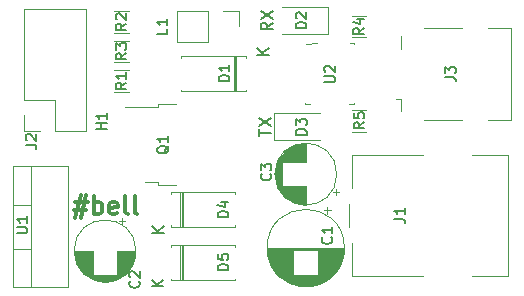
<source format=gbr>
G04 #@! TF.GenerationSoftware,KiCad,Pcbnew,5.0.2-bee76a0~70~ubuntu18.04.1*
G04 #@! TF.CreationDate,2019-05-31T16:07:53-07:00*
G04 #@! TF.ProjectId,shellbell,7368656c-6c62-4656-9c6c-2e6b69636164,rev?*
G04 #@! TF.SameCoordinates,Original*
G04 #@! TF.FileFunction,Legend,Top*
G04 #@! TF.FilePolarity,Positive*
%FSLAX46Y46*%
G04 Gerber Fmt 4.6, Leading zero omitted, Abs format (unit mm)*
G04 Created by KiCad (PCBNEW 5.0.2-bee76a0~70~ubuntu18.04.1) date Fri 31 May 2019 04:07:53 PM PDT*
%MOMM*%
%LPD*%
G01*
G04 APERTURE LIST*
%ADD10C,0.200000*%
%ADD11C,0.300000*%
%ADD12C,0.120000*%
%ADD13C,0.100000*%
%ADD14C,0.160000*%
%ADD15C,0.150000*%
G04 APERTURE END LIST*
D10*
X151064980Y-105765504D02*
X151064980Y-105194076D01*
X152064980Y-105479790D02*
X151064980Y-105479790D01*
X151064980Y-104955980D02*
X152064980Y-104289314D01*
X151064980Y-104289314D02*
X152064980Y-104955980D01*
X152191980Y-96178666D02*
X151715790Y-96512000D01*
X152191980Y-96750095D02*
X151191980Y-96750095D01*
X151191980Y-96369142D01*
X151239600Y-96273904D01*
X151287219Y-96226285D01*
X151382457Y-96178666D01*
X151525314Y-96178666D01*
X151620552Y-96226285D01*
X151668171Y-96273904D01*
X151715790Y-96369142D01*
X151715790Y-96750095D01*
X151191980Y-95845333D02*
X152191980Y-95178666D01*
X151191980Y-95178666D02*
X152191980Y-95845333D01*
D11*
X135502971Y-111387771D02*
X136574400Y-111387771D01*
X135931542Y-110744914D02*
X135502971Y-112673485D01*
X136431542Y-112030628D02*
X135360114Y-112030628D01*
X136002971Y-112673485D02*
X136431542Y-110744914D01*
X137074400Y-112387771D02*
X137074400Y-110887771D01*
X137074400Y-111459200D02*
X137217257Y-111387771D01*
X137502971Y-111387771D01*
X137645828Y-111459200D01*
X137717257Y-111530628D01*
X137788685Y-111673485D01*
X137788685Y-112102057D01*
X137717257Y-112244914D01*
X137645828Y-112316342D01*
X137502971Y-112387771D01*
X137217257Y-112387771D01*
X137074400Y-112316342D01*
X139002971Y-112316342D02*
X138860114Y-112387771D01*
X138574400Y-112387771D01*
X138431542Y-112316342D01*
X138360114Y-112173485D01*
X138360114Y-111602057D01*
X138431542Y-111459200D01*
X138574400Y-111387771D01*
X138860114Y-111387771D01*
X139002971Y-111459200D01*
X139074400Y-111602057D01*
X139074400Y-111744914D01*
X138360114Y-111887771D01*
X139931542Y-112387771D02*
X139788685Y-112316342D01*
X139717257Y-112173485D01*
X139717257Y-110887771D01*
X140717257Y-112387771D02*
X140574400Y-112316342D01*
X140502971Y-112173485D01*
X140502971Y-110887771D01*
D12*
G04 #@! TO.C,L1*
X149330000Y-95170000D02*
X149330000Y-96500000D01*
X148000000Y-95170000D02*
X149330000Y-95170000D01*
X146730000Y-95170000D02*
X146730000Y-97830000D01*
X146730000Y-97830000D02*
X144130000Y-97830000D01*
X146730000Y-95170000D02*
X144130000Y-95170000D01*
X144130000Y-95170000D02*
X144130000Y-97830000D01*
G04 #@! TO.C,J2*
X132500000Y-105330000D02*
X131170000Y-105330000D01*
X131170000Y-105330000D02*
X131170000Y-104000000D01*
X133770000Y-105330000D02*
X133770000Y-102730000D01*
X133770000Y-102730000D02*
X131170000Y-102730000D01*
X131170000Y-102730000D02*
X131170000Y-95050000D01*
X136370000Y-95050000D02*
X131170000Y-95050000D01*
X136370000Y-105330000D02*
X136370000Y-95050000D01*
X136370000Y-105330000D02*
X133770000Y-105330000D01*
G04 #@! TO.C,U1*
X130230000Y-118580000D02*
X130230000Y-108340000D01*
X134871000Y-118580000D02*
X134871000Y-108340000D01*
X130230000Y-118580000D02*
X134871000Y-118580000D01*
X130230000Y-108340000D02*
X134871000Y-108340000D01*
X131740000Y-118580000D02*
X131740000Y-108340000D01*
X130230000Y-115310000D02*
X131740000Y-115310000D01*
X130230000Y-111609000D02*
X131740000Y-111609000D01*
G04 #@! TO.C,R4*
X160102064Y-95590000D02*
X158897936Y-95590000D01*
X160102064Y-97410000D02*
X158897936Y-97410000D01*
G04 #@! TO.C,C1*
X158270000Y-115250000D02*
G75*
G03X158270000Y-115250000I-3270000J0D01*
G01*
X158230000Y-115250000D02*
X151770000Y-115250000D01*
X158230000Y-115290000D02*
X151770000Y-115290000D01*
X158230000Y-115330000D02*
X151770000Y-115330000D01*
X158228000Y-115370000D02*
X151772000Y-115370000D01*
X158227000Y-115410000D02*
X151773000Y-115410000D01*
X158224000Y-115450000D02*
X151776000Y-115450000D01*
X158222000Y-115490000D02*
X156040000Y-115490000D01*
X153960000Y-115490000D02*
X151778000Y-115490000D01*
X158218000Y-115530000D02*
X156040000Y-115530000D01*
X153960000Y-115530000D02*
X151782000Y-115530000D01*
X158215000Y-115570000D02*
X156040000Y-115570000D01*
X153960000Y-115570000D02*
X151785000Y-115570000D01*
X158211000Y-115610000D02*
X156040000Y-115610000D01*
X153960000Y-115610000D02*
X151789000Y-115610000D01*
X158206000Y-115650000D02*
X156040000Y-115650000D01*
X153960000Y-115650000D02*
X151794000Y-115650000D01*
X158201000Y-115690000D02*
X156040000Y-115690000D01*
X153960000Y-115690000D02*
X151799000Y-115690000D01*
X158195000Y-115730000D02*
X156040000Y-115730000D01*
X153960000Y-115730000D02*
X151805000Y-115730000D01*
X158189000Y-115770000D02*
X156040000Y-115770000D01*
X153960000Y-115770000D02*
X151811000Y-115770000D01*
X158182000Y-115810000D02*
X156040000Y-115810000D01*
X153960000Y-115810000D02*
X151818000Y-115810000D01*
X158175000Y-115850000D02*
X156040000Y-115850000D01*
X153960000Y-115850000D02*
X151825000Y-115850000D01*
X158167000Y-115890000D02*
X156040000Y-115890000D01*
X153960000Y-115890000D02*
X151833000Y-115890000D01*
X158159000Y-115930000D02*
X156040000Y-115930000D01*
X153960000Y-115930000D02*
X151841000Y-115930000D01*
X158150000Y-115971000D02*
X156040000Y-115971000D01*
X153960000Y-115971000D02*
X151850000Y-115971000D01*
X158141000Y-116011000D02*
X156040000Y-116011000D01*
X153960000Y-116011000D02*
X151859000Y-116011000D01*
X158131000Y-116051000D02*
X156040000Y-116051000D01*
X153960000Y-116051000D02*
X151869000Y-116051000D01*
X158121000Y-116091000D02*
X156040000Y-116091000D01*
X153960000Y-116091000D02*
X151879000Y-116091000D01*
X158110000Y-116131000D02*
X156040000Y-116131000D01*
X153960000Y-116131000D02*
X151890000Y-116131000D01*
X158098000Y-116171000D02*
X156040000Y-116171000D01*
X153960000Y-116171000D02*
X151902000Y-116171000D01*
X158086000Y-116211000D02*
X156040000Y-116211000D01*
X153960000Y-116211000D02*
X151914000Y-116211000D01*
X158074000Y-116251000D02*
X156040000Y-116251000D01*
X153960000Y-116251000D02*
X151926000Y-116251000D01*
X158061000Y-116291000D02*
X156040000Y-116291000D01*
X153960000Y-116291000D02*
X151939000Y-116291000D01*
X158047000Y-116331000D02*
X156040000Y-116331000D01*
X153960000Y-116331000D02*
X151953000Y-116331000D01*
X158033000Y-116371000D02*
X156040000Y-116371000D01*
X153960000Y-116371000D02*
X151967000Y-116371000D01*
X158018000Y-116411000D02*
X156040000Y-116411000D01*
X153960000Y-116411000D02*
X151982000Y-116411000D01*
X158002000Y-116451000D02*
X156040000Y-116451000D01*
X153960000Y-116451000D02*
X151998000Y-116451000D01*
X157986000Y-116491000D02*
X156040000Y-116491000D01*
X153960000Y-116491000D02*
X152014000Y-116491000D01*
X157970000Y-116531000D02*
X156040000Y-116531000D01*
X153960000Y-116531000D02*
X152030000Y-116531000D01*
X157952000Y-116571000D02*
X156040000Y-116571000D01*
X153960000Y-116571000D02*
X152048000Y-116571000D01*
X157934000Y-116611000D02*
X156040000Y-116611000D01*
X153960000Y-116611000D02*
X152066000Y-116611000D01*
X157916000Y-116651000D02*
X156040000Y-116651000D01*
X153960000Y-116651000D02*
X152084000Y-116651000D01*
X157896000Y-116691000D02*
X156040000Y-116691000D01*
X153960000Y-116691000D02*
X152104000Y-116691000D01*
X157876000Y-116731000D02*
X156040000Y-116731000D01*
X153960000Y-116731000D02*
X152124000Y-116731000D01*
X157856000Y-116771000D02*
X156040000Y-116771000D01*
X153960000Y-116771000D02*
X152144000Y-116771000D01*
X157834000Y-116811000D02*
X156040000Y-116811000D01*
X153960000Y-116811000D02*
X152166000Y-116811000D01*
X157812000Y-116851000D02*
X156040000Y-116851000D01*
X153960000Y-116851000D02*
X152188000Y-116851000D01*
X157790000Y-116891000D02*
X156040000Y-116891000D01*
X153960000Y-116891000D02*
X152210000Y-116891000D01*
X157766000Y-116931000D02*
X156040000Y-116931000D01*
X153960000Y-116931000D02*
X152234000Y-116931000D01*
X157742000Y-116971000D02*
X156040000Y-116971000D01*
X153960000Y-116971000D02*
X152258000Y-116971000D01*
X157716000Y-117011000D02*
X156040000Y-117011000D01*
X153960000Y-117011000D02*
X152284000Y-117011000D01*
X157690000Y-117051000D02*
X156040000Y-117051000D01*
X153960000Y-117051000D02*
X152310000Y-117051000D01*
X157664000Y-117091000D02*
X156040000Y-117091000D01*
X153960000Y-117091000D02*
X152336000Y-117091000D01*
X157636000Y-117131000D02*
X156040000Y-117131000D01*
X153960000Y-117131000D02*
X152364000Y-117131000D01*
X157607000Y-117171000D02*
X156040000Y-117171000D01*
X153960000Y-117171000D02*
X152393000Y-117171000D01*
X157578000Y-117211000D02*
X156040000Y-117211000D01*
X153960000Y-117211000D02*
X152422000Y-117211000D01*
X157548000Y-117251000D02*
X156040000Y-117251000D01*
X153960000Y-117251000D02*
X152452000Y-117251000D01*
X157516000Y-117291000D02*
X156040000Y-117291000D01*
X153960000Y-117291000D02*
X152484000Y-117291000D01*
X157484000Y-117331000D02*
X156040000Y-117331000D01*
X153960000Y-117331000D02*
X152516000Y-117331000D01*
X157450000Y-117371000D02*
X156040000Y-117371000D01*
X153960000Y-117371000D02*
X152550000Y-117371000D01*
X157416000Y-117411000D02*
X156040000Y-117411000D01*
X153960000Y-117411000D02*
X152584000Y-117411000D01*
X157380000Y-117451000D02*
X156040000Y-117451000D01*
X153960000Y-117451000D02*
X152620000Y-117451000D01*
X157343000Y-117491000D02*
X156040000Y-117491000D01*
X153960000Y-117491000D02*
X152657000Y-117491000D01*
X157305000Y-117531000D02*
X156040000Y-117531000D01*
X153960000Y-117531000D02*
X152695000Y-117531000D01*
X157265000Y-117571000D02*
X152735000Y-117571000D01*
X157224000Y-117611000D02*
X152776000Y-117611000D01*
X157182000Y-117651000D02*
X152818000Y-117651000D01*
X157137000Y-117691000D02*
X152863000Y-117691000D01*
X157092000Y-117731000D02*
X152908000Y-117731000D01*
X157044000Y-117771000D02*
X152956000Y-117771000D01*
X156995000Y-117811000D02*
X153005000Y-117811000D01*
X156944000Y-117851000D02*
X153056000Y-117851000D01*
X156890000Y-117891000D02*
X153110000Y-117891000D01*
X156834000Y-117931000D02*
X153166000Y-117931000D01*
X156776000Y-117971000D02*
X153224000Y-117971000D01*
X156714000Y-118011000D02*
X153286000Y-118011000D01*
X156650000Y-118051000D02*
X153350000Y-118051000D01*
X156581000Y-118091000D02*
X153419000Y-118091000D01*
X156509000Y-118131000D02*
X153491000Y-118131000D01*
X156432000Y-118171000D02*
X153568000Y-118171000D01*
X156350000Y-118211000D02*
X153650000Y-118211000D01*
X156262000Y-118251000D02*
X153738000Y-118251000D01*
X156165000Y-118291000D02*
X153835000Y-118291000D01*
X156059000Y-118331000D02*
X153941000Y-118331000D01*
X155940000Y-118371000D02*
X154060000Y-118371000D01*
X155802000Y-118411000D02*
X154198000Y-118411000D01*
X155633000Y-118451000D02*
X154367000Y-118451000D01*
X155402000Y-118491000D02*
X154598000Y-118491000D01*
X156839000Y-111749759D02*
X156839000Y-112379759D01*
X157154000Y-112064759D02*
X156524000Y-112064759D01*
G04 #@! TO.C,Q1*
X142530000Y-109680000D02*
X141430000Y-109680000D01*
X142530000Y-109950000D02*
X142530000Y-109680000D01*
X144030000Y-109950000D02*
X142530000Y-109950000D01*
X142530000Y-103320000D02*
X139700000Y-103320000D01*
X142530000Y-103050000D02*
X142530000Y-103320000D01*
X144030000Y-103050000D02*
X142530000Y-103050000D01*
G04 #@! TO.C,C3*
X157554775Y-110725000D02*
X157554775Y-110225000D01*
X157804775Y-110475000D02*
X157304775Y-110475000D01*
X152399000Y-109284000D02*
X152399000Y-108716000D01*
X152439000Y-109518000D02*
X152439000Y-108482000D01*
X152479000Y-109677000D02*
X152479000Y-108323000D01*
X152519000Y-109805000D02*
X152519000Y-108195000D01*
X152559000Y-109915000D02*
X152559000Y-108085000D01*
X152599000Y-110011000D02*
X152599000Y-107989000D01*
X152639000Y-110098000D02*
X152639000Y-107902000D01*
X152679000Y-110178000D02*
X152679000Y-107822000D01*
X152719000Y-110251000D02*
X152719000Y-107749000D01*
X152759000Y-110319000D02*
X152759000Y-107681000D01*
X152799000Y-110383000D02*
X152799000Y-107617000D01*
X152839000Y-110443000D02*
X152839000Y-107557000D01*
X152879000Y-110500000D02*
X152879000Y-107500000D01*
X152919000Y-110554000D02*
X152919000Y-107446000D01*
X152959000Y-110605000D02*
X152959000Y-107395000D01*
X152999000Y-107960000D02*
X152999000Y-107347000D01*
X152999000Y-110653000D02*
X152999000Y-110040000D01*
X153039000Y-107960000D02*
X153039000Y-107301000D01*
X153039000Y-110699000D02*
X153039000Y-110040000D01*
X153079000Y-107960000D02*
X153079000Y-107257000D01*
X153079000Y-110743000D02*
X153079000Y-110040000D01*
X153119000Y-107960000D02*
X153119000Y-107215000D01*
X153119000Y-110785000D02*
X153119000Y-110040000D01*
X153159000Y-107960000D02*
X153159000Y-107174000D01*
X153159000Y-110826000D02*
X153159000Y-110040000D01*
X153199000Y-107960000D02*
X153199000Y-107136000D01*
X153199000Y-110864000D02*
X153199000Y-110040000D01*
X153239000Y-107960000D02*
X153239000Y-107099000D01*
X153239000Y-110901000D02*
X153239000Y-110040000D01*
X153279000Y-107960000D02*
X153279000Y-107063000D01*
X153279000Y-110937000D02*
X153279000Y-110040000D01*
X153319000Y-107960000D02*
X153319000Y-107029000D01*
X153319000Y-110971000D02*
X153319000Y-110040000D01*
X153359000Y-107960000D02*
X153359000Y-106996000D01*
X153359000Y-111004000D02*
X153359000Y-110040000D01*
X153399000Y-107960000D02*
X153399000Y-106965000D01*
X153399000Y-111035000D02*
X153399000Y-110040000D01*
X153439000Y-107960000D02*
X153439000Y-106935000D01*
X153439000Y-111065000D02*
X153439000Y-110040000D01*
X153479000Y-107960000D02*
X153479000Y-106905000D01*
X153479000Y-111095000D02*
X153479000Y-110040000D01*
X153519000Y-107960000D02*
X153519000Y-106878000D01*
X153519000Y-111122000D02*
X153519000Y-110040000D01*
X153559000Y-107960000D02*
X153559000Y-106851000D01*
X153559000Y-111149000D02*
X153559000Y-110040000D01*
X153599000Y-107960000D02*
X153599000Y-106825000D01*
X153599000Y-111175000D02*
X153599000Y-110040000D01*
X153639000Y-107960000D02*
X153639000Y-106800000D01*
X153639000Y-111200000D02*
X153639000Y-110040000D01*
X153679000Y-107960000D02*
X153679000Y-106776000D01*
X153679000Y-111224000D02*
X153679000Y-110040000D01*
X153719000Y-107960000D02*
X153719000Y-106753000D01*
X153719000Y-111247000D02*
X153719000Y-110040000D01*
X153759000Y-107960000D02*
X153759000Y-106732000D01*
X153759000Y-111268000D02*
X153759000Y-110040000D01*
X153799000Y-107960000D02*
X153799000Y-106710000D01*
X153799000Y-111290000D02*
X153799000Y-110040000D01*
X153839000Y-107960000D02*
X153839000Y-106690000D01*
X153839000Y-111310000D02*
X153839000Y-110040000D01*
X153879000Y-107960000D02*
X153879000Y-106671000D01*
X153879000Y-111329000D02*
X153879000Y-110040000D01*
X153919000Y-107960000D02*
X153919000Y-106652000D01*
X153919000Y-111348000D02*
X153919000Y-110040000D01*
X153959000Y-107960000D02*
X153959000Y-106635000D01*
X153959000Y-111365000D02*
X153959000Y-110040000D01*
X153999000Y-107960000D02*
X153999000Y-106618000D01*
X153999000Y-111382000D02*
X153999000Y-110040000D01*
X154039000Y-107960000D02*
X154039000Y-106602000D01*
X154039000Y-111398000D02*
X154039000Y-110040000D01*
X154079000Y-107960000D02*
X154079000Y-106586000D01*
X154079000Y-111414000D02*
X154079000Y-110040000D01*
X154119000Y-107960000D02*
X154119000Y-106572000D01*
X154119000Y-111428000D02*
X154119000Y-110040000D01*
X154159000Y-107960000D02*
X154159000Y-106558000D01*
X154159000Y-111442000D02*
X154159000Y-110040000D01*
X154199000Y-107960000D02*
X154199000Y-106545000D01*
X154199000Y-111455000D02*
X154199000Y-110040000D01*
X154239000Y-107960000D02*
X154239000Y-106532000D01*
X154239000Y-111468000D02*
X154239000Y-110040000D01*
X154279000Y-107960000D02*
X154279000Y-106520000D01*
X154279000Y-111480000D02*
X154279000Y-110040000D01*
X154320000Y-107960000D02*
X154320000Y-106509000D01*
X154320000Y-111491000D02*
X154320000Y-110040000D01*
X154360000Y-107960000D02*
X154360000Y-106499000D01*
X154360000Y-111501000D02*
X154360000Y-110040000D01*
X154400000Y-107960000D02*
X154400000Y-106489000D01*
X154400000Y-111511000D02*
X154400000Y-110040000D01*
X154440000Y-107960000D02*
X154440000Y-106480000D01*
X154440000Y-111520000D02*
X154440000Y-110040000D01*
X154480000Y-107960000D02*
X154480000Y-106472000D01*
X154480000Y-111528000D02*
X154480000Y-110040000D01*
X154520000Y-107960000D02*
X154520000Y-106464000D01*
X154520000Y-111536000D02*
X154520000Y-110040000D01*
X154560000Y-107960000D02*
X154560000Y-106457000D01*
X154560000Y-111543000D02*
X154560000Y-110040000D01*
X154600000Y-107960000D02*
X154600000Y-106450000D01*
X154600000Y-111550000D02*
X154600000Y-110040000D01*
X154640000Y-107960000D02*
X154640000Y-106444000D01*
X154640000Y-111556000D02*
X154640000Y-110040000D01*
X154680000Y-107960000D02*
X154680000Y-106439000D01*
X154680000Y-111561000D02*
X154680000Y-110040000D01*
X154720000Y-107960000D02*
X154720000Y-106435000D01*
X154720000Y-111565000D02*
X154720000Y-110040000D01*
X154760000Y-107960000D02*
X154760000Y-106431000D01*
X154760000Y-111569000D02*
X154760000Y-110040000D01*
X154800000Y-107960000D02*
X154800000Y-106427000D01*
X154800000Y-111573000D02*
X154800000Y-110040000D01*
X154840000Y-107960000D02*
X154840000Y-106424000D01*
X154840000Y-111576000D02*
X154840000Y-110040000D01*
X154880000Y-107960000D02*
X154880000Y-106422000D01*
X154880000Y-111578000D02*
X154880000Y-110040000D01*
X154920000Y-107960000D02*
X154920000Y-106421000D01*
X154920000Y-111579000D02*
X154920000Y-110040000D01*
X154960000Y-111580000D02*
X154960000Y-110040000D01*
X154960000Y-107960000D02*
X154960000Y-106420000D01*
X155000000Y-111580000D02*
X155000000Y-110040000D01*
X155000000Y-107960000D02*
X155000000Y-106420000D01*
X157620000Y-109000000D02*
G75*
G03X157620000Y-109000000I-2620000J0D01*
G01*
G04 #@! TO.C,J3*
X172410000Y-104410000D02*
X170460000Y-104410000D01*
X168240000Y-104410000D02*
X165010000Y-104410000D01*
X163090000Y-103690000D02*
X163090000Y-102610000D01*
X163090000Y-98390000D02*
X163090000Y-97310000D01*
X168240000Y-96590000D02*
X165010000Y-96590000D01*
X172410000Y-96590000D02*
X170460000Y-96590000D01*
X163090000Y-102610000D02*
X162660000Y-102610000D01*
X172410000Y-96590000D02*
X172410000Y-104410000D01*
G04 #@! TO.C,C2*
X139725000Y-112945225D02*
X139225000Y-112945225D01*
X139475000Y-112695225D02*
X139475000Y-113195225D01*
X138284000Y-118101000D02*
X137716000Y-118101000D01*
X138518000Y-118061000D02*
X137482000Y-118061000D01*
X138677000Y-118021000D02*
X137323000Y-118021000D01*
X138805000Y-117981000D02*
X137195000Y-117981000D01*
X138915000Y-117941000D02*
X137085000Y-117941000D01*
X139011000Y-117901000D02*
X136989000Y-117901000D01*
X139098000Y-117861000D02*
X136902000Y-117861000D01*
X139178000Y-117821000D02*
X136822000Y-117821000D01*
X139251000Y-117781000D02*
X136749000Y-117781000D01*
X139319000Y-117741000D02*
X136681000Y-117741000D01*
X139383000Y-117701000D02*
X136617000Y-117701000D01*
X139443000Y-117661000D02*
X136557000Y-117661000D01*
X139500000Y-117621000D02*
X136500000Y-117621000D01*
X139554000Y-117581000D02*
X136446000Y-117581000D01*
X139605000Y-117541000D02*
X136395000Y-117541000D01*
X136960000Y-117501000D02*
X136347000Y-117501000D01*
X139653000Y-117501000D02*
X139040000Y-117501000D01*
X136960000Y-117461000D02*
X136301000Y-117461000D01*
X139699000Y-117461000D02*
X139040000Y-117461000D01*
X136960000Y-117421000D02*
X136257000Y-117421000D01*
X139743000Y-117421000D02*
X139040000Y-117421000D01*
X136960000Y-117381000D02*
X136215000Y-117381000D01*
X139785000Y-117381000D02*
X139040000Y-117381000D01*
X136960000Y-117341000D02*
X136174000Y-117341000D01*
X139826000Y-117341000D02*
X139040000Y-117341000D01*
X136960000Y-117301000D02*
X136136000Y-117301000D01*
X139864000Y-117301000D02*
X139040000Y-117301000D01*
X136960000Y-117261000D02*
X136099000Y-117261000D01*
X139901000Y-117261000D02*
X139040000Y-117261000D01*
X136960000Y-117221000D02*
X136063000Y-117221000D01*
X139937000Y-117221000D02*
X139040000Y-117221000D01*
X136960000Y-117181000D02*
X136029000Y-117181000D01*
X139971000Y-117181000D02*
X139040000Y-117181000D01*
X136960000Y-117141000D02*
X135996000Y-117141000D01*
X140004000Y-117141000D02*
X139040000Y-117141000D01*
X136960000Y-117101000D02*
X135965000Y-117101000D01*
X140035000Y-117101000D02*
X139040000Y-117101000D01*
X136960000Y-117061000D02*
X135935000Y-117061000D01*
X140065000Y-117061000D02*
X139040000Y-117061000D01*
X136960000Y-117021000D02*
X135905000Y-117021000D01*
X140095000Y-117021000D02*
X139040000Y-117021000D01*
X136960000Y-116981000D02*
X135878000Y-116981000D01*
X140122000Y-116981000D02*
X139040000Y-116981000D01*
X136960000Y-116941000D02*
X135851000Y-116941000D01*
X140149000Y-116941000D02*
X139040000Y-116941000D01*
X136960000Y-116901000D02*
X135825000Y-116901000D01*
X140175000Y-116901000D02*
X139040000Y-116901000D01*
X136960000Y-116861000D02*
X135800000Y-116861000D01*
X140200000Y-116861000D02*
X139040000Y-116861000D01*
X136960000Y-116821000D02*
X135776000Y-116821000D01*
X140224000Y-116821000D02*
X139040000Y-116821000D01*
X136960000Y-116781000D02*
X135753000Y-116781000D01*
X140247000Y-116781000D02*
X139040000Y-116781000D01*
X136960000Y-116741000D02*
X135732000Y-116741000D01*
X140268000Y-116741000D02*
X139040000Y-116741000D01*
X136960000Y-116701000D02*
X135710000Y-116701000D01*
X140290000Y-116701000D02*
X139040000Y-116701000D01*
X136960000Y-116661000D02*
X135690000Y-116661000D01*
X140310000Y-116661000D02*
X139040000Y-116661000D01*
X136960000Y-116621000D02*
X135671000Y-116621000D01*
X140329000Y-116621000D02*
X139040000Y-116621000D01*
X136960000Y-116581000D02*
X135652000Y-116581000D01*
X140348000Y-116581000D02*
X139040000Y-116581000D01*
X136960000Y-116541000D02*
X135635000Y-116541000D01*
X140365000Y-116541000D02*
X139040000Y-116541000D01*
X136960000Y-116501000D02*
X135618000Y-116501000D01*
X140382000Y-116501000D02*
X139040000Y-116501000D01*
X136960000Y-116461000D02*
X135602000Y-116461000D01*
X140398000Y-116461000D02*
X139040000Y-116461000D01*
X136960000Y-116421000D02*
X135586000Y-116421000D01*
X140414000Y-116421000D02*
X139040000Y-116421000D01*
X136960000Y-116381000D02*
X135572000Y-116381000D01*
X140428000Y-116381000D02*
X139040000Y-116381000D01*
X136960000Y-116341000D02*
X135558000Y-116341000D01*
X140442000Y-116341000D02*
X139040000Y-116341000D01*
X136960000Y-116301000D02*
X135545000Y-116301000D01*
X140455000Y-116301000D02*
X139040000Y-116301000D01*
X136960000Y-116261000D02*
X135532000Y-116261000D01*
X140468000Y-116261000D02*
X139040000Y-116261000D01*
X136960000Y-116221000D02*
X135520000Y-116221000D01*
X140480000Y-116221000D02*
X139040000Y-116221000D01*
X136960000Y-116180000D02*
X135509000Y-116180000D01*
X140491000Y-116180000D02*
X139040000Y-116180000D01*
X136960000Y-116140000D02*
X135499000Y-116140000D01*
X140501000Y-116140000D02*
X139040000Y-116140000D01*
X136960000Y-116100000D02*
X135489000Y-116100000D01*
X140511000Y-116100000D02*
X139040000Y-116100000D01*
X136960000Y-116060000D02*
X135480000Y-116060000D01*
X140520000Y-116060000D02*
X139040000Y-116060000D01*
X136960000Y-116020000D02*
X135472000Y-116020000D01*
X140528000Y-116020000D02*
X139040000Y-116020000D01*
X136960000Y-115980000D02*
X135464000Y-115980000D01*
X140536000Y-115980000D02*
X139040000Y-115980000D01*
X136960000Y-115940000D02*
X135457000Y-115940000D01*
X140543000Y-115940000D02*
X139040000Y-115940000D01*
X136960000Y-115900000D02*
X135450000Y-115900000D01*
X140550000Y-115900000D02*
X139040000Y-115900000D01*
X136960000Y-115860000D02*
X135444000Y-115860000D01*
X140556000Y-115860000D02*
X139040000Y-115860000D01*
X136960000Y-115820000D02*
X135439000Y-115820000D01*
X140561000Y-115820000D02*
X139040000Y-115820000D01*
X136960000Y-115780000D02*
X135435000Y-115780000D01*
X140565000Y-115780000D02*
X139040000Y-115780000D01*
X136960000Y-115740000D02*
X135431000Y-115740000D01*
X140569000Y-115740000D02*
X139040000Y-115740000D01*
X136960000Y-115700000D02*
X135427000Y-115700000D01*
X140573000Y-115700000D02*
X139040000Y-115700000D01*
X136960000Y-115660000D02*
X135424000Y-115660000D01*
X140576000Y-115660000D02*
X139040000Y-115660000D01*
X136960000Y-115620000D02*
X135422000Y-115620000D01*
X140578000Y-115620000D02*
X139040000Y-115620000D01*
X136960000Y-115580000D02*
X135421000Y-115580000D01*
X140579000Y-115580000D02*
X139040000Y-115580000D01*
X140580000Y-115540000D02*
X139040000Y-115540000D01*
X136960000Y-115540000D02*
X135420000Y-115540000D01*
X140580000Y-115500000D02*
X139040000Y-115500000D01*
X136960000Y-115500000D02*
X135420000Y-115500000D01*
X140620000Y-115500000D02*
G75*
G03X140620000Y-115500000I-2620000J0D01*
G01*
G04 #@! TO.C,D1*
X149130000Y-101970000D02*
X149130000Y-99030000D01*
X148890000Y-101970000D02*
X148890000Y-99030000D01*
X149010000Y-101970000D02*
X149010000Y-99030000D01*
X144470000Y-99030000D02*
X144470000Y-99160000D01*
X149910000Y-99030000D02*
X144470000Y-99030000D01*
X149910000Y-99160000D02*
X149910000Y-99030000D01*
X144470000Y-101970000D02*
X144470000Y-101840000D01*
X149910000Y-101970000D02*
X144470000Y-101970000D01*
X149910000Y-101840000D02*
X149910000Y-101970000D01*
G04 #@! TO.C,D2*
X156885000Y-94865000D02*
X153000000Y-94865000D01*
X156885000Y-97135000D02*
X156885000Y-94865000D01*
X153000000Y-97135000D02*
X156885000Y-97135000D01*
G04 #@! TO.C,D3*
X152315000Y-106135000D02*
X156200000Y-106135000D01*
X152315000Y-103865000D02*
X152315000Y-106135000D01*
X156200000Y-103865000D02*
X152315000Y-103865000D01*
G04 #@! TO.C,D4*
X144370000Y-110530000D02*
X144370000Y-113470000D01*
X144610000Y-110530000D02*
X144610000Y-113470000D01*
X144490000Y-110530000D02*
X144490000Y-113470000D01*
X149030000Y-113470000D02*
X149030000Y-113340000D01*
X143590000Y-113470000D02*
X149030000Y-113470000D01*
X143590000Y-113340000D02*
X143590000Y-113470000D01*
X149030000Y-110530000D02*
X149030000Y-110660000D01*
X143590000Y-110530000D02*
X149030000Y-110530000D01*
X143590000Y-110660000D02*
X143590000Y-110530000D01*
G04 #@! TO.C,D5*
X144370000Y-115030000D02*
X144370000Y-117970000D01*
X144610000Y-115030000D02*
X144610000Y-117970000D01*
X144490000Y-115030000D02*
X144490000Y-117970000D01*
X149030000Y-117970000D02*
X149030000Y-117840000D01*
X143590000Y-117970000D02*
X149030000Y-117970000D01*
X143590000Y-117840000D02*
X143590000Y-117970000D01*
X149030000Y-115030000D02*
X149030000Y-115160000D01*
X143590000Y-115030000D02*
X149030000Y-115030000D01*
X143590000Y-115160000D02*
X143590000Y-115030000D01*
G04 #@! TO.C,J1*
X158700000Y-113500000D02*
X158700000Y-111500000D01*
X172110000Y-117610000D02*
X169050000Y-117610000D01*
X172110000Y-107390000D02*
X172110000Y-117610000D01*
X169050000Y-107390000D02*
X172110000Y-107390000D01*
X158890000Y-107390000D02*
X164950000Y-107390000D01*
X158890000Y-110200000D02*
X158890000Y-107390000D01*
X158890000Y-117610000D02*
X158890000Y-114800000D01*
X164950000Y-117610000D02*
X158890000Y-117610000D01*
G04 #@! TO.C,R1*
X138800429Y-102034603D02*
X140004557Y-102034603D01*
X138800429Y-100214603D02*
X140004557Y-100214603D01*
G04 #@! TO.C,R2*
X140004557Y-95214603D02*
X138800429Y-95214603D01*
X140004557Y-97034603D02*
X138800429Y-97034603D01*
G04 #@! TO.C,R3*
X140004557Y-97714603D02*
X138800429Y-97714603D01*
X140004557Y-99534603D02*
X138800429Y-99534603D01*
G04 #@! TO.C,R5*
X158897936Y-105410000D02*
X160102064Y-105410000D01*
X158897936Y-103590000D02*
X160102064Y-103590000D01*
D13*
G04 #@! TO.C,U2*
X159100000Y-97900000D02*
X158750000Y-97900000D01*
X159100000Y-98000000D02*
X159100000Y-97900000D01*
X155450000Y-98000000D02*
X155050000Y-98000000D01*
X155550000Y-97900000D02*
X155450000Y-98000000D01*
X155950000Y-97900000D02*
X155550000Y-97900000D01*
X154900000Y-103100000D02*
X155350000Y-103100000D01*
X154900000Y-103000000D02*
X154900000Y-103100000D01*
X159100000Y-103100000D02*
X158700000Y-103100000D01*
X159100000Y-103000000D02*
X159100000Y-103100000D01*
G04 #@! TO.C,H1*
D14*
X138151342Y-105206714D02*
X137251342Y-105206714D01*
X137679914Y-105206714D02*
X137679914Y-104692428D01*
X138151342Y-104692428D02*
X137251342Y-104692428D01*
X138151342Y-103792428D02*
X138151342Y-104306714D01*
X138151342Y-104049571D02*
X137251342Y-104049571D01*
X137379914Y-104135285D01*
X137465628Y-104221000D01*
X137508485Y-104306714D01*
G04 #@! TO.C,L1*
X143282142Y-96670000D02*
X143282142Y-97098571D01*
X142382142Y-97098571D01*
X143282142Y-95898571D02*
X143282142Y-96412857D01*
X143282142Y-96155714D02*
X142382142Y-96155714D01*
X142510714Y-96241428D01*
X142596428Y-96327142D01*
X142639285Y-96412857D01*
G04 #@! TO.C,J2*
X131282342Y-106497400D02*
X131925200Y-106497400D01*
X132053771Y-106540257D01*
X132139485Y-106625971D01*
X132182342Y-106754542D01*
X132182342Y-106840257D01*
X131368057Y-106111685D02*
X131325200Y-106068828D01*
X131282342Y-105983114D01*
X131282342Y-105768828D01*
X131325200Y-105683114D01*
X131368057Y-105640257D01*
X131453771Y-105597400D01*
X131539485Y-105597400D01*
X131668057Y-105640257D01*
X132182342Y-106154542D01*
X132182342Y-105597400D01*
G04 #@! TO.C,U1*
X130520342Y-113995114D02*
X131248914Y-113995114D01*
X131334628Y-113952257D01*
X131377485Y-113909400D01*
X131420342Y-113823685D01*
X131420342Y-113652257D01*
X131377485Y-113566542D01*
X131334628Y-113523685D01*
X131248914Y-113480828D01*
X130520342Y-113480828D01*
X131420342Y-112580828D02*
X131420342Y-113095114D01*
X131420342Y-112837971D02*
X130520342Y-112837971D01*
X130648914Y-112923685D01*
X130734628Y-113009400D01*
X130777485Y-113095114D01*
G04 #@! TO.C,R4*
X159919142Y-96644600D02*
X159490571Y-96944600D01*
X159919142Y-97158885D02*
X159019142Y-97158885D01*
X159019142Y-96816028D01*
X159062000Y-96730314D01*
X159104857Y-96687457D01*
X159190571Y-96644600D01*
X159319142Y-96644600D01*
X159404857Y-96687457D01*
X159447714Y-96730314D01*
X159490571Y-96816028D01*
X159490571Y-97158885D01*
X159319142Y-95873171D02*
X159919142Y-95873171D01*
X158976285Y-96087457D02*
X159619142Y-96301742D01*
X159619142Y-95744600D01*
G04 #@! TO.C,C1*
X157166428Y-114323000D02*
X157209285Y-114365857D01*
X157252142Y-114494428D01*
X157252142Y-114580142D01*
X157209285Y-114708714D01*
X157123571Y-114794428D01*
X157037857Y-114837285D01*
X156866428Y-114880142D01*
X156737857Y-114880142D01*
X156566428Y-114837285D01*
X156480714Y-114794428D01*
X156395000Y-114708714D01*
X156352142Y-114580142D01*
X156352142Y-114494428D01*
X156395000Y-114365857D01*
X156437857Y-114323000D01*
X157252142Y-113465857D02*
X157252142Y-113980142D01*
X157252142Y-113723000D02*
X156352142Y-113723000D01*
X156480714Y-113808714D01*
X156566428Y-113894428D01*
X156609285Y-113980142D01*
G04 #@! TO.C,Q1*
X143392857Y-106585714D02*
X143350000Y-106671428D01*
X143264285Y-106757142D01*
X143135714Y-106885714D01*
X143092857Y-106971428D01*
X143092857Y-107057142D01*
X143307142Y-107014285D02*
X143264285Y-107100000D01*
X143178571Y-107185714D01*
X143007142Y-107228571D01*
X142707142Y-107228571D01*
X142535714Y-107185714D01*
X142450000Y-107100000D01*
X142407142Y-107014285D01*
X142407142Y-106842857D01*
X142450000Y-106757142D01*
X142535714Y-106671428D01*
X142707142Y-106628571D01*
X143007142Y-106628571D01*
X143178571Y-106671428D01*
X143264285Y-106757142D01*
X143307142Y-106842857D01*
X143307142Y-107014285D01*
X143307142Y-105771428D02*
X143307142Y-106285714D01*
X143307142Y-106028571D02*
X142407142Y-106028571D01*
X142535714Y-106114285D01*
X142621428Y-106200000D01*
X142664285Y-106285714D01*
G04 #@! TO.C,C3*
X152010228Y-108963600D02*
X152053085Y-109006457D01*
X152095942Y-109135028D01*
X152095942Y-109220742D01*
X152053085Y-109349314D01*
X151967371Y-109435028D01*
X151881657Y-109477885D01*
X151710228Y-109520742D01*
X151581657Y-109520742D01*
X151410228Y-109477885D01*
X151324514Y-109435028D01*
X151238800Y-109349314D01*
X151195942Y-109220742D01*
X151195942Y-109135028D01*
X151238800Y-109006457D01*
X151281657Y-108963600D01*
X151195942Y-108663600D02*
X151195942Y-108106457D01*
X151538800Y-108406457D01*
X151538800Y-108277885D01*
X151581657Y-108192171D01*
X151624514Y-108149314D01*
X151710228Y-108106457D01*
X151924514Y-108106457D01*
X152010228Y-108149314D01*
X152053085Y-108192171D01*
X152095942Y-108277885D01*
X152095942Y-108535028D01*
X152053085Y-108620742D01*
X152010228Y-108663600D01*
G04 #@! TO.C,J3*
X166807142Y-100800000D02*
X167450000Y-100800000D01*
X167578571Y-100842857D01*
X167664285Y-100928571D01*
X167707142Y-101057142D01*
X167707142Y-101142857D01*
X166807142Y-100457142D02*
X166807142Y-99900000D01*
X167150000Y-100200000D01*
X167150000Y-100071428D01*
X167192857Y-99985714D01*
X167235714Y-99942857D01*
X167321428Y-99900000D01*
X167535714Y-99900000D01*
X167621428Y-99942857D01*
X167664285Y-99985714D01*
X167707142Y-100071428D01*
X167707142Y-100328571D01*
X167664285Y-100414285D01*
X167621428Y-100457142D01*
G04 #@! TO.C,C2*
X140859628Y-118082200D02*
X140902485Y-118125057D01*
X140945342Y-118253628D01*
X140945342Y-118339342D01*
X140902485Y-118467914D01*
X140816771Y-118553628D01*
X140731057Y-118596485D01*
X140559628Y-118639342D01*
X140431057Y-118639342D01*
X140259628Y-118596485D01*
X140173914Y-118553628D01*
X140088200Y-118467914D01*
X140045342Y-118339342D01*
X140045342Y-118253628D01*
X140088200Y-118125057D01*
X140131057Y-118082200D01*
X140131057Y-117739342D02*
X140088200Y-117696485D01*
X140045342Y-117610771D01*
X140045342Y-117396485D01*
X140088200Y-117310771D01*
X140131057Y-117267914D01*
X140216771Y-117225057D01*
X140302485Y-117225057D01*
X140431057Y-117267914D01*
X140945342Y-117782200D01*
X140945342Y-117225057D01*
G04 #@! TO.C,D1*
X148539942Y-101146685D02*
X147639942Y-101146685D01*
X147639942Y-100932400D01*
X147682800Y-100803828D01*
X147768514Y-100718114D01*
X147854228Y-100675257D01*
X148025657Y-100632400D01*
X148154228Y-100632400D01*
X148325657Y-100675257D01*
X148411371Y-100718114D01*
X148497085Y-100803828D01*
X148539942Y-100932400D01*
X148539942Y-101146685D01*
X148539942Y-99775257D02*
X148539942Y-100289542D01*
X148539942Y-100032400D02*
X147639942Y-100032400D01*
X147768514Y-100118114D01*
X147854228Y-100203828D01*
X147897085Y-100289542D01*
D15*
X151887180Y-98890104D02*
X150887180Y-98890104D01*
X151887180Y-98318676D02*
X151315752Y-98747247D01*
X150887180Y-98318676D02*
X151458609Y-98890104D01*
G04 #@! TO.C,D2*
D14*
X155042342Y-96650885D02*
X154142342Y-96650885D01*
X154142342Y-96436600D01*
X154185200Y-96308028D01*
X154270914Y-96222314D01*
X154356628Y-96179457D01*
X154528057Y-96136600D01*
X154656628Y-96136600D01*
X154828057Y-96179457D01*
X154913771Y-96222314D01*
X154999485Y-96308028D01*
X155042342Y-96436600D01*
X155042342Y-96650885D01*
X154228057Y-95793742D02*
X154185200Y-95750885D01*
X154142342Y-95665171D01*
X154142342Y-95450885D01*
X154185200Y-95365171D01*
X154228057Y-95322314D01*
X154313771Y-95279457D01*
X154399485Y-95279457D01*
X154528057Y-95322314D01*
X155042342Y-95836600D01*
X155042342Y-95279457D01*
G04 #@! TO.C,D3*
X155067742Y-105667885D02*
X154167742Y-105667885D01*
X154167742Y-105453600D01*
X154210600Y-105325028D01*
X154296314Y-105239314D01*
X154382028Y-105196457D01*
X154553457Y-105153600D01*
X154682028Y-105153600D01*
X154853457Y-105196457D01*
X154939171Y-105239314D01*
X155024885Y-105325028D01*
X155067742Y-105453600D01*
X155067742Y-105667885D01*
X154167742Y-104853600D02*
X154167742Y-104296457D01*
X154510600Y-104596457D01*
X154510600Y-104467885D01*
X154553457Y-104382171D01*
X154596314Y-104339314D01*
X154682028Y-104296457D01*
X154896314Y-104296457D01*
X154982028Y-104339314D01*
X155024885Y-104382171D01*
X155067742Y-104467885D01*
X155067742Y-104725028D01*
X155024885Y-104810742D01*
X154982028Y-104853600D01*
G04 #@! TO.C,D4*
X148438342Y-112652885D02*
X147538342Y-112652885D01*
X147538342Y-112438600D01*
X147581200Y-112310028D01*
X147666914Y-112224314D01*
X147752628Y-112181457D01*
X147924057Y-112138600D01*
X148052628Y-112138600D01*
X148224057Y-112181457D01*
X148309771Y-112224314D01*
X148395485Y-112310028D01*
X148438342Y-112438600D01*
X148438342Y-112652885D01*
X147838342Y-111367171D02*
X148438342Y-111367171D01*
X147495485Y-111581457D02*
X148138342Y-111795742D01*
X148138342Y-111238600D01*
D15*
X142971780Y-114003104D02*
X141971780Y-114003104D01*
X142971780Y-113431676D02*
X142400352Y-113860247D01*
X141971780Y-113431676D02*
X142543209Y-114003104D01*
G04 #@! TO.C,D5*
D14*
X148438342Y-117123285D02*
X147538342Y-117123285D01*
X147538342Y-116909000D01*
X147581200Y-116780428D01*
X147666914Y-116694714D01*
X147752628Y-116651857D01*
X147924057Y-116609000D01*
X148052628Y-116609000D01*
X148224057Y-116651857D01*
X148309771Y-116694714D01*
X148395485Y-116780428D01*
X148438342Y-116909000D01*
X148438342Y-117123285D01*
X147538342Y-115794714D02*
X147538342Y-116223285D01*
X147966914Y-116266142D01*
X147924057Y-116223285D01*
X147881200Y-116137571D01*
X147881200Y-115923285D01*
X147924057Y-115837571D01*
X147966914Y-115794714D01*
X148052628Y-115751857D01*
X148266914Y-115751857D01*
X148352628Y-115794714D01*
X148395485Y-115837571D01*
X148438342Y-115923285D01*
X148438342Y-116137571D01*
X148395485Y-116223285D01*
X148352628Y-116266142D01*
D15*
X142946380Y-118498904D02*
X141946380Y-118498904D01*
X142946380Y-117927476D02*
X142374952Y-118356047D01*
X141946380Y-117927476D02*
X142517809Y-118498904D01*
G04 #@! TO.C,J1*
D14*
X162507142Y-112800000D02*
X163150000Y-112800000D01*
X163278571Y-112842857D01*
X163364285Y-112928571D01*
X163407142Y-113057142D01*
X163407142Y-113142857D01*
X163407142Y-111900000D02*
X163407142Y-112414285D01*
X163407142Y-112157142D02*
X162507142Y-112157142D01*
X162635714Y-112242857D01*
X162721428Y-112328571D01*
X162764285Y-112414285D01*
G04 #@! TO.C,R1*
X139809635Y-101250000D02*
X139381064Y-101550000D01*
X139809635Y-101764285D02*
X138909635Y-101764285D01*
X138909635Y-101421428D01*
X138952493Y-101335714D01*
X138995350Y-101292857D01*
X139081064Y-101250000D01*
X139209635Y-101250000D01*
X139295350Y-101292857D01*
X139338207Y-101335714D01*
X139381064Y-101421428D01*
X139381064Y-101764285D01*
X139809635Y-100392857D02*
X139809635Y-100907142D01*
X139809635Y-100650000D02*
X138909635Y-100650000D01*
X139038207Y-100735714D01*
X139123921Y-100821428D01*
X139166778Y-100907142D01*
G04 #@! TO.C,R2*
X139809635Y-96250000D02*
X139381064Y-96550000D01*
X139809635Y-96764285D02*
X138909635Y-96764285D01*
X138909635Y-96421428D01*
X138952493Y-96335714D01*
X138995350Y-96292857D01*
X139081064Y-96250000D01*
X139209635Y-96250000D01*
X139295350Y-96292857D01*
X139338207Y-96335714D01*
X139381064Y-96421428D01*
X139381064Y-96764285D01*
X138995350Y-95907142D02*
X138952493Y-95864285D01*
X138909635Y-95778571D01*
X138909635Y-95564285D01*
X138952493Y-95478571D01*
X138995350Y-95435714D01*
X139081064Y-95392857D01*
X139166778Y-95392857D01*
X139295350Y-95435714D01*
X139809635Y-95950000D01*
X139809635Y-95392857D01*
G04 #@! TO.C,R3*
X139809635Y-98750000D02*
X139381064Y-99050000D01*
X139809635Y-99264285D02*
X138909635Y-99264285D01*
X138909635Y-98921428D01*
X138952493Y-98835714D01*
X138995350Y-98792857D01*
X139081064Y-98750000D01*
X139209635Y-98750000D01*
X139295350Y-98792857D01*
X139338207Y-98835714D01*
X139381064Y-98921428D01*
X139381064Y-99264285D01*
X138909635Y-98450000D02*
X138909635Y-97892857D01*
X139252493Y-98192857D01*
X139252493Y-98064285D01*
X139295350Y-97978571D01*
X139338207Y-97935714D01*
X139423921Y-97892857D01*
X139638207Y-97892857D01*
X139723921Y-97935714D01*
X139766778Y-97978571D01*
X139809635Y-98064285D01*
X139809635Y-98321428D01*
X139766778Y-98407142D01*
X139723921Y-98450000D01*
G04 #@! TO.C,R5*
X159944542Y-104620200D02*
X159515971Y-104920200D01*
X159944542Y-105134485D02*
X159044542Y-105134485D01*
X159044542Y-104791628D01*
X159087400Y-104705914D01*
X159130257Y-104663057D01*
X159215971Y-104620200D01*
X159344542Y-104620200D01*
X159430257Y-104663057D01*
X159473114Y-104705914D01*
X159515971Y-104791628D01*
X159515971Y-105134485D01*
X159044542Y-103805914D02*
X159044542Y-104234485D01*
X159473114Y-104277342D01*
X159430257Y-104234485D01*
X159387400Y-104148771D01*
X159387400Y-103934485D01*
X159430257Y-103848771D01*
X159473114Y-103805914D01*
X159558828Y-103763057D01*
X159773114Y-103763057D01*
X159858828Y-103805914D01*
X159901685Y-103848771D01*
X159944542Y-103934485D01*
X159944542Y-104148771D01*
X159901685Y-104234485D01*
X159858828Y-104277342D01*
G04 #@! TO.C,U2*
X156580742Y-101218914D02*
X157309314Y-101218914D01*
X157395028Y-101176057D01*
X157437885Y-101133200D01*
X157480742Y-101047485D01*
X157480742Y-100876057D01*
X157437885Y-100790342D01*
X157395028Y-100747485D01*
X157309314Y-100704628D01*
X156580742Y-100704628D01*
X156666457Y-100318914D02*
X156623600Y-100276057D01*
X156580742Y-100190342D01*
X156580742Y-99976057D01*
X156623600Y-99890342D01*
X156666457Y-99847485D01*
X156752171Y-99804628D01*
X156837885Y-99804628D01*
X156966457Y-99847485D01*
X157480742Y-100361771D01*
X157480742Y-99804628D01*
G04 #@! TD*
M02*

</source>
